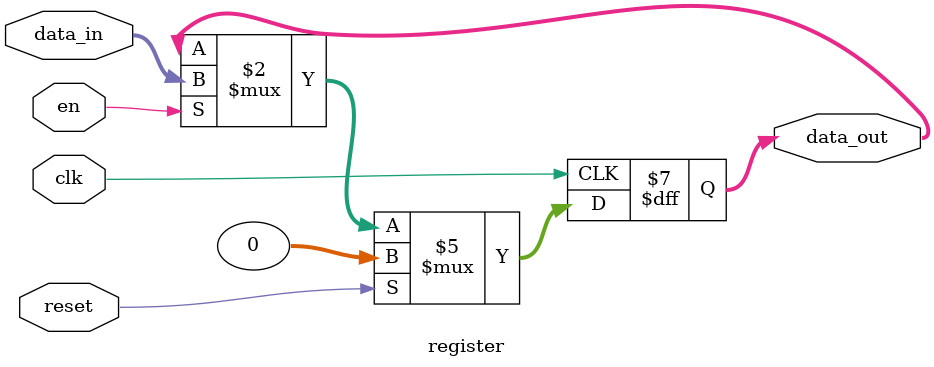
<source format=sv>
module register 
#(
	parameter WIDTH = 32,
	parameter Height = 32
)
(
	input 				clk,
	input 				reset,
	input 				en,
	input 	[Height-1:0] data_in,
	output 	[WIDTH-1:0] data_out
);

always@(posedge clk)
	if(reset)	data_out <= 0;
	else if(en)	data_out <= data_in;

endmodule
</source>
